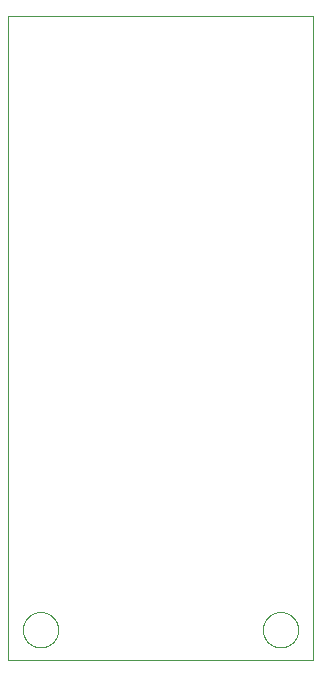
<source format=gbr>
G04 EAGLE Gerber RS-274X export*
G75*
%MOMM*%
%FSLAX34Y34*%
%LPD*%
%AMOC8*
5,1,8,0,0,1.08239X$1,22.5*%
G01*
%ADD10C,0.025400*%
%ADD11C,0.000000*%


D10*
X0Y0D02*
X258600Y0D01*
X258600Y545000D01*
X0Y545000D01*
X0Y0D01*
D11*
X12700Y25400D02*
X12705Y25768D01*
X12718Y26136D01*
X12741Y26503D01*
X12772Y26870D01*
X12813Y27236D01*
X12862Y27601D01*
X12921Y27964D01*
X12988Y28326D01*
X13064Y28687D01*
X13150Y29045D01*
X13243Y29401D01*
X13346Y29754D01*
X13457Y30105D01*
X13577Y30453D01*
X13705Y30798D01*
X13842Y31140D01*
X13987Y31479D01*
X14140Y31813D01*
X14302Y32144D01*
X14471Y32471D01*
X14649Y32793D01*
X14834Y33112D01*
X15027Y33425D01*
X15228Y33734D01*
X15436Y34037D01*
X15652Y34335D01*
X15875Y34628D01*
X16105Y34916D01*
X16342Y35198D01*
X16586Y35473D01*
X16836Y35743D01*
X17093Y36007D01*
X17357Y36264D01*
X17627Y36514D01*
X17902Y36758D01*
X18184Y36995D01*
X18472Y37225D01*
X18765Y37448D01*
X19063Y37664D01*
X19366Y37872D01*
X19675Y38073D01*
X19988Y38266D01*
X20307Y38451D01*
X20629Y38629D01*
X20956Y38798D01*
X21287Y38960D01*
X21621Y39113D01*
X21960Y39258D01*
X22302Y39395D01*
X22647Y39523D01*
X22995Y39643D01*
X23346Y39754D01*
X23699Y39857D01*
X24055Y39950D01*
X24413Y40036D01*
X24774Y40112D01*
X25136Y40179D01*
X25499Y40238D01*
X25864Y40287D01*
X26230Y40328D01*
X26597Y40359D01*
X26964Y40382D01*
X27332Y40395D01*
X27700Y40400D01*
X28068Y40395D01*
X28436Y40382D01*
X28803Y40359D01*
X29170Y40328D01*
X29536Y40287D01*
X29901Y40238D01*
X30264Y40179D01*
X30626Y40112D01*
X30987Y40036D01*
X31345Y39950D01*
X31701Y39857D01*
X32054Y39754D01*
X32405Y39643D01*
X32753Y39523D01*
X33098Y39395D01*
X33440Y39258D01*
X33779Y39113D01*
X34113Y38960D01*
X34444Y38798D01*
X34771Y38629D01*
X35093Y38451D01*
X35412Y38266D01*
X35725Y38073D01*
X36034Y37872D01*
X36337Y37664D01*
X36635Y37448D01*
X36928Y37225D01*
X37216Y36995D01*
X37498Y36758D01*
X37773Y36514D01*
X38043Y36264D01*
X38307Y36007D01*
X38564Y35743D01*
X38814Y35473D01*
X39058Y35198D01*
X39295Y34916D01*
X39525Y34628D01*
X39748Y34335D01*
X39964Y34037D01*
X40172Y33734D01*
X40373Y33425D01*
X40566Y33112D01*
X40751Y32793D01*
X40929Y32471D01*
X41098Y32144D01*
X41260Y31813D01*
X41413Y31479D01*
X41558Y31140D01*
X41695Y30798D01*
X41823Y30453D01*
X41943Y30105D01*
X42054Y29754D01*
X42157Y29401D01*
X42250Y29045D01*
X42336Y28687D01*
X42412Y28326D01*
X42479Y27964D01*
X42538Y27601D01*
X42587Y27236D01*
X42628Y26870D01*
X42659Y26503D01*
X42682Y26136D01*
X42695Y25768D01*
X42700Y25400D01*
X42695Y25032D01*
X42682Y24664D01*
X42659Y24297D01*
X42628Y23930D01*
X42587Y23564D01*
X42538Y23199D01*
X42479Y22836D01*
X42412Y22474D01*
X42336Y22113D01*
X42250Y21755D01*
X42157Y21399D01*
X42054Y21046D01*
X41943Y20695D01*
X41823Y20347D01*
X41695Y20002D01*
X41558Y19660D01*
X41413Y19321D01*
X41260Y18987D01*
X41098Y18656D01*
X40929Y18329D01*
X40751Y18007D01*
X40566Y17688D01*
X40373Y17375D01*
X40172Y17066D01*
X39964Y16763D01*
X39748Y16465D01*
X39525Y16172D01*
X39295Y15884D01*
X39058Y15602D01*
X38814Y15327D01*
X38564Y15057D01*
X38307Y14793D01*
X38043Y14536D01*
X37773Y14286D01*
X37498Y14042D01*
X37216Y13805D01*
X36928Y13575D01*
X36635Y13352D01*
X36337Y13136D01*
X36034Y12928D01*
X35725Y12727D01*
X35412Y12534D01*
X35093Y12349D01*
X34771Y12171D01*
X34444Y12002D01*
X34113Y11840D01*
X33779Y11687D01*
X33440Y11542D01*
X33098Y11405D01*
X32753Y11277D01*
X32405Y11157D01*
X32054Y11046D01*
X31701Y10943D01*
X31345Y10850D01*
X30987Y10764D01*
X30626Y10688D01*
X30264Y10621D01*
X29901Y10562D01*
X29536Y10513D01*
X29170Y10472D01*
X28803Y10441D01*
X28436Y10418D01*
X28068Y10405D01*
X27700Y10400D01*
X27332Y10405D01*
X26964Y10418D01*
X26597Y10441D01*
X26230Y10472D01*
X25864Y10513D01*
X25499Y10562D01*
X25136Y10621D01*
X24774Y10688D01*
X24413Y10764D01*
X24055Y10850D01*
X23699Y10943D01*
X23346Y11046D01*
X22995Y11157D01*
X22647Y11277D01*
X22302Y11405D01*
X21960Y11542D01*
X21621Y11687D01*
X21287Y11840D01*
X20956Y12002D01*
X20629Y12171D01*
X20307Y12349D01*
X19988Y12534D01*
X19675Y12727D01*
X19366Y12928D01*
X19063Y13136D01*
X18765Y13352D01*
X18472Y13575D01*
X18184Y13805D01*
X17902Y14042D01*
X17627Y14286D01*
X17357Y14536D01*
X17093Y14793D01*
X16836Y15057D01*
X16586Y15327D01*
X16342Y15602D01*
X16105Y15884D01*
X15875Y16172D01*
X15652Y16465D01*
X15436Y16763D01*
X15228Y17066D01*
X15027Y17375D01*
X14834Y17688D01*
X14649Y18007D01*
X14471Y18329D01*
X14302Y18656D01*
X14140Y18987D01*
X13987Y19321D01*
X13842Y19660D01*
X13705Y20002D01*
X13577Y20347D01*
X13457Y20695D01*
X13346Y21046D01*
X13243Y21399D01*
X13150Y21755D01*
X13064Y22113D01*
X12988Y22474D01*
X12921Y22836D01*
X12862Y23199D01*
X12813Y23564D01*
X12772Y23930D01*
X12741Y24297D01*
X12718Y24664D01*
X12705Y25032D01*
X12700Y25400D01*
X215900Y25400D02*
X215905Y25768D01*
X215918Y26136D01*
X215941Y26503D01*
X215972Y26870D01*
X216013Y27236D01*
X216062Y27601D01*
X216121Y27964D01*
X216188Y28326D01*
X216264Y28687D01*
X216350Y29045D01*
X216443Y29401D01*
X216546Y29754D01*
X216657Y30105D01*
X216777Y30453D01*
X216905Y30798D01*
X217042Y31140D01*
X217187Y31479D01*
X217340Y31813D01*
X217502Y32144D01*
X217671Y32471D01*
X217849Y32793D01*
X218034Y33112D01*
X218227Y33425D01*
X218428Y33734D01*
X218636Y34037D01*
X218852Y34335D01*
X219075Y34628D01*
X219305Y34916D01*
X219542Y35198D01*
X219786Y35473D01*
X220036Y35743D01*
X220293Y36007D01*
X220557Y36264D01*
X220827Y36514D01*
X221102Y36758D01*
X221384Y36995D01*
X221672Y37225D01*
X221965Y37448D01*
X222263Y37664D01*
X222566Y37872D01*
X222875Y38073D01*
X223188Y38266D01*
X223507Y38451D01*
X223829Y38629D01*
X224156Y38798D01*
X224487Y38960D01*
X224821Y39113D01*
X225160Y39258D01*
X225502Y39395D01*
X225847Y39523D01*
X226195Y39643D01*
X226546Y39754D01*
X226899Y39857D01*
X227255Y39950D01*
X227613Y40036D01*
X227974Y40112D01*
X228336Y40179D01*
X228699Y40238D01*
X229064Y40287D01*
X229430Y40328D01*
X229797Y40359D01*
X230164Y40382D01*
X230532Y40395D01*
X230900Y40400D01*
X231268Y40395D01*
X231636Y40382D01*
X232003Y40359D01*
X232370Y40328D01*
X232736Y40287D01*
X233101Y40238D01*
X233464Y40179D01*
X233826Y40112D01*
X234187Y40036D01*
X234545Y39950D01*
X234901Y39857D01*
X235254Y39754D01*
X235605Y39643D01*
X235953Y39523D01*
X236298Y39395D01*
X236640Y39258D01*
X236979Y39113D01*
X237313Y38960D01*
X237644Y38798D01*
X237971Y38629D01*
X238293Y38451D01*
X238612Y38266D01*
X238925Y38073D01*
X239234Y37872D01*
X239537Y37664D01*
X239835Y37448D01*
X240128Y37225D01*
X240416Y36995D01*
X240698Y36758D01*
X240973Y36514D01*
X241243Y36264D01*
X241507Y36007D01*
X241764Y35743D01*
X242014Y35473D01*
X242258Y35198D01*
X242495Y34916D01*
X242725Y34628D01*
X242948Y34335D01*
X243164Y34037D01*
X243372Y33734D01*
X243573Y33425D01*
X243766Y33112D01*
X243951Y32793D01*
X244129Y32471D01*
X244298Y32144D01*
X244460Y31813D01*
X244613Y31479D01*
X244758Y31140D01*
X244895Y30798D01*
X245023Y30453D01*
X245143Y30105D01*
X245254Y29754D01*
X245357Y29401D01*
X245450Y29045D01*
X245536Y28687D01*
X245612Y28326D01*
X245679Y27964D01*
X245738Y27601D01*
X245787Y27236D01*
X245828Y26870D01*
X245859Y26503D01*
X245882Y26136D01*
X245895Y25768D01*
X245900Y25400D01*
X245895Y25032D01*
X245882Y24664D01*
X245859Y24297D01*
X245828Y23930D01*
X245787Y23564D01*
X245738Y23199D01*
X245679Y22836D01*
X245612Y22474D01*
X245536Y22113D01*
X245450Y21755D01*
X245357Y21399D01*
X245254Y21046D01*
X245143Y20695D01*
X245023Y20347D01*
X244895Y20002D01*
X244758Y19660D01*
X244613Y19321D01*
X244460Y18987D01*
X244298Y18656D01*
X244129Y18329D01*
X243951Y18007D01*
X243766Y17688D01*
X243573Y17375D01*
X243372Y17066D01*
X243164Y16763D01*
X242948Y16465D01*
X242725Y16172D01*
X242495Y15884D01*
X242258Y15602D01*
X242014Y15327D01*
X241764Y15057D01*
X241507Y14793D01*
X241243Y14536D01*
X240973Y14286D01*
X240698Y14042D01*
X240416Y13805D01*
X240128Y13575D01*
X239835Y13352D01*
X239537Y13136D01*
X239234Y12928D01*
X238925Y12727D01*
X238612Y12534D01*
X238293Y12349D01*
X237971Y12171D01*
X237644Y12002D01*
X237313Y11840D01*
X236979Y11687D01*
X236640Y11542D01*
X236298Y11405D01*
X235953Y11277D01*
X235605Y11157D01*
X235254Y11046D01*
X234901Y10943D01*
X234545Y10850D01*
X234187Y10764D01*
X233826Y10688D01*
X233464Y10621D01*
X233101Y10562D01*
X232736Y10513D01*
X232370Y10472D01*
X232003Y10441D01*
X231636Y10418D01*
X231268Y10405D01*
X230900Y10400D01*
X230532Y10405D01*
X230164Y10418D01*
X229797Y10441D01*
X229430Y10472D01*
X229064Y10513D01*
X228699Y10562D01*
X228336Y10621D01*
X227974Y10688D01*
X227613Y10764D01*
X227255Y10850D01*
X226899Y10943D01*
X226546Y11046D01*
X226195Y11157D01*
X225847Y11277D01*
X225502Y11405D01*
X225160Y11542D01*
X224821Y11687D01*
X224487Y11840D01*
X224156Y12002D01*
X223829Y12171D01*
X223507Y12349D01*
X223188Y12534D01*
X222875Y12727D01*
X222566Y12928D01*
X222263Y13136D01*
X221965Y13352D01*
X221672Y13575D01*
X221384Y13805D01*
X221102Y14042D01*
X220827Y14286D01*
X220557Y14536D01*
X220293Y14793D01*
X220036Y15057D01*
X219786Y15327D01*
X219542Y15602D01*
X219305Y15884D01*
X219075Y16172D01*
X218852Y16465D01*
X218636Y16763D01*
X218428Y17066D01*
X218227Y17375D01*
X218034Y17688D01*
X217849Y18007D01*
X217671Y18329D01*
X217502Y18656D01*
X217340Y18987D01*
X217187Y19321D01*
X217042Y19660D01*
X216905Y20002D01*
X216777Y20347D01*
X216657Y20695D01*
X216546Y21046D01*
X216443Y21399D01*
X216350Y21755D01*
X216264Y22113D01*
X216188Y22474D01*
X216121Y22836D01*
X216062Y23199D01*
X216013Y23564D01*
X215972Y23930D01*
X215941Y24297D01*
X215918Y24664D01*
X215905Y25032D01*
X215900Y25400D01*
M02*

</source>
